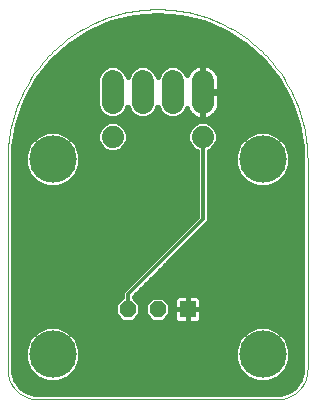
<source format=gtl>
G75*
%MOIN*%
%OFA0B0*%
%FSLAX25Y25*%
%IPPOS*%
%LPD*%
%AMOC8*
5,1,8,0,0,1.08239X$1,22.5*
%
%ADD10C,0.07400*%
%ADD11OC8,0.05600*%
%ADD12R,0.05600X0.05600*%
%ADD13C,0.00000*%
%ADD14C,0.15811*%
%ADD15C,0.07400*%
%ADD16C,0.01600*%
%ADD17C,0.01200*%
D10*
X0041800Y0122806D02*
X0041800Y0130206D01*
X0051800Y0130206D02*
X0051800Y0122806D01*
X0061800Y0122806D02*
X0061800Y0130206D01*
X0071800Y0130206D02*
X0071800Y0122806D01*
D11*
X0056800Y0054006D03*
X0046800Y0054006D03*
D12*
X0066800Y0054006D03*
D13*
X0096800Y0024006D02*
X0016800Y0024006D01*
X0016558Y0024009D01*
X0016317Y0024018D01*
X0016076Y0024032D01*
X0015835Y0024053D01*
X0015595Y0024079D01*
X0015355Y0024111D01*
X0015116Y0024149D01*
X0014879Y0024192D01*
X0014642Y0024242D01*
X0014407Y0024297D01*
X0014173Y0024357D01*
X0013941Y0024424D01*
X0013710Y0024495D01*
X0013481Y0024573D01*
X0013254Y0024656D01*
X0013029Y0024744D01*
X0012806Y0024838D01*
X0012586Y0024937D01*
X0012368Y0025042D01*
X0012153Y0025151D01*
X0011940Y0025266D01*
X0011730Y0025386D01*
X0011524Y0025511D01*
X0011320Y0025641D01*
X0011119Y0025776D01*
X0010922Y0025916D01*
X0010728Y0026060D01*
X0010538Y0026209D01*
X0010352Y0026363D01*
X0010169Y0026521D01*
X0009990Y0026683D01*
X0009815Y0026850D01*
X0009644Y0027021D01*
X0009477Y0027196D01*
X0009315Y0027375D01*
X0009157Y0027558D01*
X0009003Y0027744D01*
X0008854Y0027934D01*
X0008710Y0028128D01*
X0008570Y0028325D01*
X0008435Y0028526D01*
X0008305Y0028730D01*
X0008180Y0028936D01*
X0008060Y0029146D01*
X0007945Y0029359D01*
X0007836Y0029574D01*
X0007731Y0029792D01*
X0007632Y0030012D01*
X0007538Y0030235D01*
X0007450Y0030460D01*
X0007367Y0030687D01*
X0007289Y0030916D01*
X0007218Y0031147D01*
X0007151Y0031379D01*
X0007091Y0031613D01*
X0007036Y0031848D01*
X0006986Y0032085D01*
X0006943Y0032322D01*
X0006905Y0032561D01*
X0006873Y0032801D01*
X0006847Y0033041D01*
X0006826Y0033282D01*
X0006812Y0033523D01*
X0006803Y0033764D01*
X0006800Y0034006D01*
X0006800Y0104006D01*
X0006815Y0105224D01*
X0006859Y0106440D01*
X0006933Y0107656D01*
X0007037Y0108869D01*
X0007170Y0110079D01*
X0007333Y0111286D01*
X0007525Y0112488D01*
X0007746Y0113686D01*
X0007996Y0114878D01*
X0008275Y0116063D01*
X0008583Y0117241D01*
X0008920Y0118411D01*
X0009285Y0119573D01*
X0009678Y0120725D01*
X0010099Y0121868D01*
X0010548Y0122999D01*
X0011024Y0124120D01*
X0011528Y0125229D01*
X0012058Y0126325D01*
X0012615Y0127408D01*
X0013198Y0128477D01*
X0013806Y0129531D01*
X0014441Y0130571D01*
X0015100Y0131594D01*
X0015784Y0132602D01*
X0016493Y0133592D01*
X0017225Y0134565D01*
X0017981Y0135519D01*
X0018760Y0136455D01*
X0019561Y0137372D01*
X0020385Y0138269D01*
X0021230Y0139145D01*
X0022096Y0140001D01*
X0022983Y0140836D01*
X0023890Y0141648D01*
X0024816Y0142438D01*
X0025762Y0143206D01*
X0026725Y0143950D01*
X0027707Y0144670D01*
X0028706Y0145367D01*
X0029721Y0146039D01*
X0030753Y0146686D01*
X0031800Y0147307D01*
X0032862Y0147903D01*
X0033938Y0148473D01*
X0035027Y0149017D01*
X0036130Y0149533D01*
X0037245Y0150023D01*
X0038371Y0150486D01*
X0039508Y0150921D01*
X0040656Y0151328D01*
X0041813Y0151707D01*
X0042979Y0152058D01*
X0044153Y0152380D01*
X0045335Y0152674D01*
X0046524Y0152939D01*
X0047718Y0153174D01*
X0048918Y0153381D01*
X0050123Y0153558D01*
X0051331Y0153706D01*
X0052543Y0153824D01*
X0053758Y0153913D01*
X0054974Y0153973D01*
X0056191Y0154002D01*
X0057409Y0154002D01*
X0058626Y0153973D01*
X0059842Y0153913D01*
X0061057Y0153824D01*
X0062269Y0153706D01*
X0063477Y0153558D01*
X0064682Y0153381D01*
X0065882Y0153174D01*
X0067076Y0152939D01*
X0068265Y0152674D01*
X0069447Y0152380D01*
X0070621Y0152058D01*
X0071787Y0151707D01*
X0072944Y0151328D01*
X0074092Y0150921D01*
X0075229Y0150486D01*
X0076355Y0150023D01*
X0077470Y0149533D01*
X0078573Y0149017D01*
X0079662Y0148473D01*
X0080738Y0147903D01*
X0081800Y0147307D01*
X0082847Y0146686D01*
X0083879Y0146039D01*
X0084894Y0145367D01*
X0085893Y0144670D01*
X0086875Y0143950D01*
X0087838Y0143206D01*
X0088784Y0142438D01*
X0089710Y0141648D01*
X0090617Y0140836D01*
X0091504Y0140001D01*
X0092370Y0139145D01*
X0093215Y0138269D01*
X0094039Y0137372D01*
X0094840Y0136455D01*
X0095619Y0135519D01*
X0096375Y0134565D01*
X0097107Y0133592D01*
X0097816Y0132602D01*
X0098500Y0131594D01*
X0099159Y0130571D01*
X0099794Y0129531D01*
X0100402Y0128477D01*
X0100985Y0127408D01*
X0101542Y0126325D01*
X0102072Y0125229D01*
X0102576Y0124120D01*
X0103052Y0122999D01*
X0103501Y0121868D01*
X0103922Y0120725D01*
X0104315Y0119573D01*
X0104680Y0118411D01*
X0105017Y0117241D01*
X0105325Y0116063D01*
X0105604Y0114878D01*
X0105854Y0113686D01*
X0106075Y0112488D01*
X0106267Y0111286D01*
X0106430Y0110079D01*
X0106563Y0108869D01*
X0106667Y0107656D01*
X0106741Y0106440D01*
X0106785Y0105224D01*
X0106800Y0104006D01*
X0106800Y0034006D01*
X0106797Y0033764D01*
X0106788Y0033523D01*
X0106774Y0033282D01*
X0106753Y0033041D01*
X0106727Y0032801D01*
X0106695Y0032561D01*
X0106657Y0032322D01*
X0106614Y0032085D01*
X0106564Y0031848D01*
X0106509Y0031613D01*
X0106449Y0031379D01*
X0106382Y0031147D01*
X0106311Y0030916D01*
X0106233Y0030687D01*
X0106150Y0030460D01*
X0106062Y0030235D01*
X0105968Y0030012D01*
X0105869Y0029792D01*
X0105764Y0029574D01*
X0105655Y0029359D01*
X0105540Y0029146D01*
X0105420Y0028936D01*
X0105295Y0028730D01*
X0105165Y0028526D01*
X0105030Y0028325D01*
X0104890Y0028128D01*
X0104746Y0027934D01*
X0104597Y0027744D01*
X0104443Y0027558D01*
X0104285Y0027375D01*
X0104123Y0027196D01*
X0103956Y0027021D01*
X0103785Y0026850D01*
X0103610Y0026683D01*
X0103431Y0026521D01*
X0103248Y0026363D01*
X0103062Y0026209D01*
X0102872Y0026060D01*
X0102678Y0025916D01*
X0102481Y0025776D01*
X0102280Y0025641D01*
X0102076Y0025511D01*
X0101870Y0025386D01*
X0101660Y0025266D01*
X0101447Y0025151D01*
X0101232Y0025042D01*
X0101014Y0024937D01*
X0100794Y0024838D01*
X0100571Y0024744D01*
X0100346Y0024656D01*
X0100119Y0024573D01*
X0099890Y0024495D01*
X0099659Y0024424D01*
X0099427Y0024357D01*
X0099193Y0024297D01*
X0098958Y0024242D01*
X0098721Y0024192D01*
X0098484Y0024149D01*
X0098245Y0024111D01*
X0098005Y0024079D01*
X0097765Y0024053D01*
X0097524Y0024032D01*
X0097283Y0024018D01*
X0097042Y0024009D01*
X0096800Y0024006D01*
D14*
X0091800Y0039006D03*
X0091800Y0104006D03*
X0021800Y0104006D03*
X0021800Y0039006D03*
D15*
X0041800Y0111506D03*
X0071800Y0111506D03*
D16*
X0075397Y0115121D02*
X0103645Y0115121D01*
X0103525Y0115838D02*
X0104835Y0107986D01*
X0105000Y0104006D01*
X0105000Y0034006D01*
X0104899Y0032723D01*
X0104106Y0030283D01*
X0102598Y0028208D01*
X0100523Y0026700D01*
X0098083Y0025907D01*
X0096800Y0025806D01*
X0016800Y0025806D01*
X0015517Y0025907D01*
X0013077Y0026700D01*
X0011002Y0028208D01*
X0009494Y0030283D01*
X0008701Y0032723D01*
X0008600Y0034006D01*
X0008600Y0104006D01*
X0008765Y0107986D01*
X0010075Y0115838D01*
X0012660Y0123368D01*
X0016449Y0130369D01*
X0021338Y0136651D01*
X0027195Y0142042D01*
X0033859Y0146397D01*
X0041149Y0149594D01*
X0048867Y0151549D01*
X0056800Y0152206D01*
X0064733Y0151549D01*
X0072451Y0149594D01*
X0079741Y0146397D01*
X0086405Y0142042D01*
X0092262Y0136651D01*
X0097151Y0130369D01*
X0100940Y0123368D01*
X0103525Y0115838D01*
X0103223Y0116720D02*
X0010377Y0116720D01*
X0009955Y0115121D02*
X0038203Y0115121D01*
X0038911Y0115829D02*
X0037476Y0114395D01*
X0036700Y0112520D01*
X0036700Y0110491D01*
X0037476Y0108617D01*
X0038911Y0107182D01*
X0040786Y0106406D01*
X0042814Y0106406D01*
X0044689Y0107182D01*
X0046124Y0108617D01*
X0046900Y0110491D01*
X0046900Y0112520D01*
X0046124Y0114395D01*
X0044689Y0115829D01*
X0042814Y0116606D01*
X0040786Y0116606D01*
X0038911Y0115829D01*
X0039308Y0118318D02*
X0010926Y0118318D01*
X0011475Y0119917D02*
X0037477Y0119917D01*
X0037476Y0119917D02*
X0038911Y0118482D01*
X0040786Y0117706D01*
X0042814Y0117706D01*
X0044689Y0118482D01*
X0046124Y0119917D01*
X0046800Y0121550D01*
X0047476Y0119917D01*
X0048911Y0118482D01*
X0050786Y0117706D01*
X0052814Y0117706D01*
X0054689Y0118482D01*
X0056124Y0119917D01*
X0056800Y0121550D01*
X0057476Y0119917D01*
X0058911Y0118482D01*
X0060786Y0117706D01*
X0062814Y0117706D01*
X0064689Y0118482D01*
X0066124Y0119917D01*
X0066590Y0121043D01*
X0066703Y0120695D01*
X0067096Y0119923D01*
X0067605Y0119223D01*
X0068217Y0118611D01*
X0068917Y0118102D01*
X0069689Y0117709D01*
X0070512Y0117441D01*
X0071367Y0117306D01*
X0071500Y0117306D01*
X0071500Y0126206D01*
X0072100Y0126206D01*
X0072100Y0126806D01*
X0071500Y0126806D01*
X0071500Y0135706D01*
X0071367Y0135706D01*
X0070512Y0135570D01*
X0069689Y0135303D01*
X0068917Y0134910D01*
X0068217Y0134401D01*
X0067605Y0133789D01*
X0067096Y0133089D01*
X0066703Y0132317D01*
X0066590Y0131969D01*
X0066124Y0133095D01*
X0064689Y0134529D01*
X0062814Y0135306D01*
X0060786Y0135306D01*
X0058911Y0134529D01*
X0057476Y0133095D01*
X0056800Y0131462D01*
X0056124Y0133095D01*
X0054689Y0134529D01*
X0052814Y0135306D01*
X0050786Y0135306D01*
X0048911Y0134529D01*
X0047476Y0133095D01*
X0046800Y0131462D01*
X0046124Y0133095D01*
X0044689Y0134529D01*
X0042814Y0135306D01*
X0040786Y0135306D01*
X0038911Y0134529D01*
X0037476Y0133095D01*
X0036700Y0131220D01*
X0036700Y0121791D01*
X0037476Y0119917D01*
X0036814Y0121515D02*
X0012024Y0121515D01*
X0012573Y0123114D02*
X0036700Y0123114D01*
X0036700Y0124712D02*
X0013387Y0124712D01*
X0014252Y0126311D02*
X0036700Y0126311D01*
X0036700Y0127909D02*
X0015117Y0127909D01*
X0015983Y0129508D02*
X0036700Y0129508D01*
X0036700Y0131106D02*
X0017022Y0131106D01*
X0018267Y0132705D02*
X0037315Y0132705D01*
X0038685Y0134303D02*
X0019511Y0134303D01*
X0020755Y0135902D02*
X0092845Y0135902D01*
X0094089Y0134303D02*
X0075481Y0134303D01*
X0075383Y0134401D02*
X0074683Y0134910D01*
X0073911Y0135303D01*
X0073088Y0135570D01*
X0072233Y0135706D01*
X0072100Y0135706D01*
X0072100Y0126806D01*
X0077300Y0126806D01*
X0077300Y0130639D01*
X0077165Y0131494D01*
X0076897Y0132317D01*
X0076504Y0133089D01*
X0075995Y0133789D01*
X0075383Y0134401D01*
X0076700Y0132705D02*
X0095333Y0132705D01*
X0096578Y0131106D02*
X0077226Y0131106D01*
X0077300Y0129508D02*
X0097617Y0129508D01*
X0098483Y0127909D02*
X0077300Y0127909D01*
X0077300Y0126206D02*
X0072100Y0126206D01*
X0072100Y0117306D01*
X0072233Y0117306D01*
X0073088Y0117441D01*
X0073911Y0117709D01*
X0074683Y0118102D01*
X0075383Y0118611D01*
X0075995Y0119223D01*
X0076504Y0119923D01*
X0076897Y0120695D01*
X0077165Y0121518D01*
X0077300Y0122373D01*
X0077300Y0126206D01*
X0077300Y0124712D02*
X0100213Y0124712D01*
X0101027Y0123114D02*
X0077300Y0123114D01*
X0077164Y0121515D02*
X0101576Y0121515D01*
X0102125Y0119917D02*
X0076499Y0119917D01*
X0074980Y0118318D02*
X0102674Y0118318D01*
X0103912Y0113523D02*
X0076485Y0113523D01*
X0076124Y0114395D02*
X0076900Y0112520D01*
X0076900Y0110491D01*
X0076124Y0108617D01*
X0074689Y0107182D01*
X0073800Y0106814D01*
X0073800Y0083177D01*
X0072628Y0082006D01*
X0048800Y0058177D01*
X0048800Y0057946D01*
X0051000Y0055746D01*
X0051000Y0052266D01*
X0048540Y0049806D01*
X0045060Y0049806D01*
X0042600Y0052266D01*
X0042600Y0055746D01*
X0044800Y0057946D01*
X0044800Y0059834D01*
X0069800Y0084834D01*
X0069800Y0106814D01*
X0068911Y0107182D01*
X0067476Y0108617D01*
X0066700Y0110491D01*
X0066700Y0112520D01*
X0067476Y0114395D01*
X0068911Y0115829D01*
X0070786Y0116606D01*
X0072814Y0116606D01*
X0074689Y0115829D01*
X0076124Y0114395D01*
X0076900Y0111924D02*
X0086600Y0111924D01*
X0086529Y0111895D02*
X0083911Y0109277D01*
X0082494Y0105857D01*
X0082494Y0102155D01*
X0083911Y0098735D01*
X0086529Y0096117D01*
X0089949Y0094700D01*
X0093651Y0094700D01*
X0097071Y0096117D01*
X0099689Y0098735D01*
X0101105Y0102155D01*
X0101105Y0105857D01*
X0099689Y0109277D01*
X0097071Y0111895D01*
X0093651Y0113311D01*
X0089949Y0113311D01*
X0086529Y0111895D01*
X0084960Y0110326D02*
X0076831Y0110326D01*
X0076169Y0108727D02*
X0083683Y0108727D01*
X0083021Y0107128D02*
X0074559Y0107128D01*
X0073800Y0105530D02*
X0082494Y0105530D01*
X0082494Y0103931D02*
X0073800Y0103931D01*
X0073800Y0102333D02*
X0082494Y0102333D01*
X0083083Y0100734D02*
X0073800Y0100734D01*
X0073800Y0099136D02*
X0083745Y0099136D01*
X0085109Y0097537D02*
X0073800Y0097537D01*
X0073800Y0095939D02*
X0086959Y0095939D01*
X0096641Y0095939D02*
X0105000Y0095939D01*
X0105000Y0097537D02*
X0098491Y0097537D01*
X0099855Y0099136D02*
X0105000Y0099136D01*
X0105000Y0100734D02*
X0100517Y0100734D01*
X0101105Y0102333D02*
X0105000Y0102333D01*
X0105000Y0103931D02*
X0101105Y0103931D01*
X0101105Y0105530D02*
X0104937Y0105530D01*
X0104871Y0107128D02*
X0100579Y0107128D01*
X0099917Y0108727D02*
X0104712Y0108727D01*
X0104445Y0110326D02*
X0098640Y0110326D01*
X0097000Y0111924D02*
X0104178Y0111924D01*
X0099348Y0126311D02*
X0072100Y0126311D01*
X0072100Y0127909D02*
X0071500Y0127909D01*
X0071500Y0129508D02*
X0072100Y0129508D01*
X0072100Y0131106D02*
X0071500Y0131106D01*
X0071500Y0132705D02*
X0072100Y0132705D01*
X0072100Y0134303D02*
X0071500Y0134303D01*
X0068119Y0134303D02*
X0064915Y0134303D01*
X0066285Y0132705D02*
X0066900Y0132705D01*
X0071500Y0124712D02*
X0072100Y0124712D01*
X0072100Y0123114D02*
X0071500Y0123114D01*
X0071500Y0121515D02*
X0072100Y0121515D01*
X0072100Y0119917D02*
X0071500Y0119917D01*
X0071500Y0118318D02*
X0072100Y0118318D01*
X0068620Y0118318D02*
X0064292Y0118318D01*
X0066123Y0119917D02*
X0067101Y0119917D01*
X0068203Y0115121D02*
X0045397Y0115121D01*
X0046485Y0113523D02*
X0067115Y0113523D01*
X0066700Y0111924D02*
X0046900Y0111924D01*
X0046831Y0110326D02*
X0066769Y0110326D01*
X0067431Y0108727D02*
X0046169Y0108727D01*
X0044559Y0107128D02*
X0069041Y0107128D01*
X0069800Y0105530D02*
X0031105Y0105530D01*
X0031105Y0105857D02*
X0029689Y0109277D01*
X0027071Y0111895D01*
X0023651Y0113311D01*
X0019949Y0113311D01*
X0016529Y0111895D01*
X0013911Y0109277D01*
X0012494Y0105857D01*
X0012494Y0102155D01*
X0013911Y0098735D01*
X0016529Y0096117D01*
X0019949Y0094700D01*
X0023651Y0094700D01*
X0027071Y0096117D01*
X0029689Y0098735D01*
X0031105Y0102155D01*
X0031105Y0105857D01*
X0030579Y0107128D02*
X0039041Y0107128D01*
X0037431Y0108727D02*
X0029917Y0108727D01*
X0028640Y0110326D02*
X0036769Y0110326D01*
X0036700Y0111924D02*
X0027000Y0111924D01*
X0031105Y0103931D02*
X0069800Y0103931D01*
X0069800Y0102333D02*
X0031105Y0102333D01*
X0030517Y0100734D02*
X0069800Y0100734D01*
X0069800Y0099136D02*
X0029855Y0099136D01*
X0028491Y0097537D02*
X0069800Y0097537D01*
X0069800Y0095939D02*
X0026641Y0095939D01*
X0016959Y0095939D02*
X0008600Y0095939D01*
X0008600Y0097537D02*
X0015109Y0097537D01*
X0013745Y0099136D02*
X0008600Y0099136D01*
X0008600Y0100734D02*
X0013083Y0100734D01*
X0012494Y0102333D02*
X0008600Y0102333D01*
X0008600Y0103931D02*
X0012494Y0103931D01*
X0012494Y0105530D02*
X0008663Y0105530D01*
X0008729Y0107128D02*
X0013021Y0107128D01*
X0013683Y0108727D02*
X0008888Y0108727D01*
X0009155Y0110326D02*
X0014960Y0110326D01*
X0016600Y0111924D02*
X0009422Y0111924D01*
X0009688Y0113523D02*
X0037115Y0113523D01*
X0044292Y0118318D02*
X0049308Y0118318D01*
X0047477Y0119917D02*
X0046123Y0119917D01*
X0046786Y0121515D02*
X0046814Y0121515D01*
X0054292Y0118318D02*
X0059308Y0118318D01*
X0057477Y0119917D02*
X0056123Y0119917D01*
X0056786Y0121515D02*
X0056814Y0121515D01*
X0057315Y0132705D02*
X0056285Y0132705D01*
X0054915Y0134303D02*
X0058685Y0134303D01*
X0048685Y0134303D02*
X0044915Y0134303D01*
X0046285Y0132705D02*
X0047315Y0132705D01*
X0039087Y0148690D02*
X0074513Y0148690D01*
X0078157Y0147091D02*
X0035443Y0147091D01*
X0032476Y0145493D02*
X0081124Y0145493D01*
X0083571Y0143894D02*
X0030029Y0143894D01*
X0027583Y0142296D02*
X0086017Y0142296D01*
X0087866Y0140697D02*
X0025734Y0140697D01*
X0023997Y0139099D02*
X0089603Y0139099D01*
X0091339Y0137500D02*
X0022261Y0137500D01*
X0043890Y0150288D02*
X0069710Y0150288D01*
X0060651Y0151887D02*
X0052949Y0151887D01*
X0069800Y0094340D02*
X0008600Y0094340D01*
X0008600Y0092742D02*
X0069800Y0092742D01*
X0069800Y0091143D02*
X0008600Y0091143D01*
X0008600Y0089545D02*
X0069800Y0089545D01*
X0069800Y0087946D02*
X0008600Y0087946D01*
X0008600Y0086348D02*
X0069800Y0086348D01*
X0069715Y0084749D02*
X0008600Y0084749D01*
X0008600Y0083151D02*
X0068116Y0083151D01*
X0066518Y0081552D02*
X0008600Y0081552D01*
X0008600Y0079954D02*
X0064919Y0079954D01*
X0063321Y0078355D02*
X0008600Y0078355D01*
X0008600Y0076757D02*
X0061722Y0076757D01*
X0060124Y0075158D02*
X0008600Y0075158D01*
X0008600Y0073560D02*
X0058525Y0073560D01*
X0056927Y0071961D02*
X0008600Y0071961D01*
X0008600Y0070363D02*
X0055328Y0070363D01*
X0053730Y0068764D02*
X0008600Y0068764D01*
X0008600Y0067166D02*
X0052131Y0067166D01*
X0050533Y0065567D02*
X0008600Y0065567D01*
X0008600Y0063969D02*
X0048934Y0063969D01*
X0047336Y0062370D02*
X0008600Y0062370D01*
X0008600Y0060772D02*
X0045737Y0060772D01*
X0044800Y0059173D02*
X0008600Y0059173D01*
X0008600Y0057575D02*
X0044429Y0057575D01*
X0042831Y0055976D02*
X0008600Y0055976D01*
X0008600Y0054378D02*
X0042600Y0054378D01*
X0042600Y0052779D02*
X0008600Y0052779D01*
X0008600Y0051181D02*
X0043686Y0051181D01*
X0049914Y0051181D02*
X0053686Y0051181D01*
X0052600Y0052266D02*
X0055060Y0049806D01*
X0058540Y0049806D01*
X0061000Y0052266D01*
X0061000Y0055746D01*
X0058540Y0058206D01*
X0055060Y0058206D01*
X0052600Y0055746D01*
X0052600Y0052266D01*
X0052600Y0052779D02*
X0051000Y0052779D01*
X0051000Y0054378D02*
X0052600Y0054378D01*
X0052831Y0055976D02*
X0050769Y0055976D01*
X0049171Y0057575D02*
X0054429Y0057575D01*
X0051394Y0060772D02*
X0105000Y0060772D01*
X0105000Y0062370D02*
X0052993Y0062370D01*
X0054591Y0063969D02*
X0105000Y0063969D01*
X0105000Y0065567D02*
X0056190Y0065567D01*
X0057788Y0067166D02*
X0105000Y0067166D01*
X0105000Y0068764D02*
X0059387Y0068764D01*
X0060985Y0070363D02*
X0105000Y0070363D01*
X0105000Y0071961D02*
X0062584Y0071961D01*
X0064182Y0073560D02*
X0105000Y0073560D01*
X0105000Y0075158D02*
X0065781Y0075158D01*
X0067379Y0076757D02*
X0105000Y0076757D01*
X0105000Y0078355D02*
X0068978Y0078355D01*
X0070576Y0079954D02*
X0105000Y0079954D01*
X0105000Y0081552D02*
X0072175Y0081552D01*
X0073773Y0083151D02*
X0105000Y0083151D01*
X0105000Y0084749D02*
X0073800Y0084749D01*
X0073800Y0086348D02*
X0105000Y0086348D01*
X0105000Y0087946D02*
X0073800Y0087946D01*
X0073800Y0089545D02*
X0105000Y0089545D01*
X0105000Y0091143D02*
X0073800Y0091143D01*
X0073800Y0092742D02*
X0105000Y0092742D01*
X0105000Y0094340D02*
X0073800Y0094340D01*
X0069837Y0058606D02*
X0066800Y0058606D01*
X0066800Y0054006D01*
X0066800Y0054006D01*
X0066800Y0058606D01*
X0063763Y0058606D01*
X0063305Y0058483D01*
X0062895Y0058246D01*
X0062560Y0057911D01*
X0062323Y0057501D01*
X0062200Y0057043D01*
X0062200Y0054006D01*
X0066800Y0054006D01*
X0071400Y0054006D01*
X0071400Y0057043D01*
X0071277Y0057501D01*
X0071040Y0057911D01*
X0070705Y0058246D01*
X0070295Y0058483D01*
X0069837Y0058606D01*
X0071235Y0057575D02*
X0105000Y0057575D01*
X0105000Y0059173D02*
X0049796Y0059173D01*
X0059171Y0057575D02*
X0062365Y0057575D01*
X0062200Y0055976D02*
X0060769Y0055976D01*
X0061000Y0054378D02*
X0062200Y0054378D01*
X0062200Y0054006D02*
X0062200Y0050969D01*
X0062323Y0050511D01*
X0062560Y0050101D01*
X0062895Y0049766D01*
X0063305Y0049529D01*
X0063763Y0049406D01*
X0066800Y0049406D01*
X0069837Y0049406D01*
X0070295Y0049529D01*
X0070705Y0049766D01*
X0071040Y0050101D01*
X0071277Y0050511D01*
X0071400Y0050969D01*
X0071400Y0054006D01*
X0066800Y0054006D01*
X0066800Y0054006D01*
X0066800Y0054006D01*
X0062200Y0054006D01*
X0062200Y0052779D02*
X0061000Y0052779D01*
X0059914Y0051181D02*
X0062200Y0051181D01*
X0063213Y0049582D02*
X0008600Y0049582D01*
X0008600Y0047984D02*
X0019158Y0047984D01*
X0019949Y0048311D02*
X0016529Y0046895D01*
X0013911Y0044277D01*
X0012494Y0040857D01*
X0012494Y0037155D01*
X0013911Y0033735D01*
X0016529Y0031117D01*
X0019949Y0029700D01*
X0023651Y0029700D01*
X0027071Y0031117D01*
X0029689Y0033735D01*
X0031105Y0037155D01*
X0031105Y0040857D01*
X0029689Y0044277D01*
X0027071Y0046895D01*
X0023651Y0048311D01*
X0019949Y0048311D01*
X0016019Y0046385D02*
X0008600Y0046385D01*
X0008600Y0044787D02*
X0014421Y0044787D01*
X0013460Y0043188D02*
X0008600Y0043188D01*
X0008600Y0041590D02*
X0012798Y0041590D01*
X0012494Y0039991D02*
X0008600Y0039991D01*
X0008600Y0038393D02*
X0012494Y0038393D01*
X0012644Y0036794D02*
X0008600Y0036794D01*
X0008600Y0035195D02*
X0013306Y0035195D01*
X0014049Y0033597D02*
X0008632Y0033597D01*
X0008936Y0031998D02*
X0015647Y0031998D01*
X0018260Y0030400D02*
X0009456Y0030400D01*
X0010570Y0028801D02*
X0103030Y0028801D01*
X0104144Y0030400D02*
X0095340Y0030400D01*
X0093651Y0029700D02*
X0097071Y0031117D01*
X0099689Y0033735D01*
X0101105Y0037155D01*
X0101105Y0040857D01*
X0099689Y0044277D01*
X0097071Y0046895D01*
X0093651Y0048311D01*
X0089949Y0048311D01*
X0086529Y0046895D01*
X0083911Y0044277D01*
X0082494Y0040857D01*
X0082494Y0037155D01*
X0083911Y0033735D01*
X0086529Y0031117D01*
X0089949Y0029700D01*
X0093651Y0029700D01*
X0097953Y0031998D02*
X0104664Y0031998D01*
X0104968Y0033597D02*
X0099551Y0033597D01*
X0100294Y0035195D02*
X0105000Y0035195D01*
X0105000Y0036794D02*
X0100956Y0036794D01*
X0101105Y0038393D02*
X0105000Y0038393D01*
X0105000Y0039991D02*
X0101105Y0039991D01*
X0100802Y0041590D02*
X0105000Y0041590D01*
X0105000Y0043188D02*
X0100140Y0043188D01*
X0099179Y0044787D02*
X0105000Y0044787D01*
X0105000Y0046385D02*
X0097581Y0046385D01*
X0094442Y0047984D02*
X0105000Y0047984D01*
X0105000Y0049582D02*
X0070387Y0049582D01*
X0071400Y0051181D02*
X0105000Y0051181D01*
X0105000Y0052779D02*
X0071400Y0052779D01*
X0071400Y0054378D02*
X0105000Y0054378D01*
X0105000Y0055976D02*
X0071400Y0055976D01*
X0066800Y0055976D02*
X0066800Y0055976D01*
X0066800Y0054378D02*
X0066800Y0054378D01*
X0066800Y0054006D02*
X0066800Y0049406D01*
X0066800Y0054006D01*
X0066800Y0054006D01*
X0066800Y0052779D02*
X0066800Y0052779D01*
X0066800Y0051181D02*
X0066800Y0051181D01*
X0066800Y0049582D02*
X0066800Y0049582D01*
X0066800Y0057575D02*
X0066800Y0057575D01*
X0082798Y0041590D02*
X0030802Y0041590D01*
X0031105Y0039991D02*
X0082494Y0039991D01*
X0082494Y0038393D02*
X0031105Y0038393D01*
X0030956Y0036794D02*
X0082644Y0036794D01*
X0083306Y0035195D02*
X0030294Y0035195D01*
X0029551Y0033597D02*
X0084049Y0033597D01*
X0085647Y0031998D02*
X0027953Y0031998D01*
X0025340Y0030400D02*
X0088260Y0030400D01*
X0083460Y0043188D02*
X0030140Y0043188D01*
X0029179Y0044787D02*
X0084421Y0044787D01*
X0086019Y0046385D02*
X0027581Y0046385D01*
X0024442Y0047984D02*
X0089158Y0047984D01*
X0101215Y0027203D02*
X0012385Y0027203D01*
D17*
X0046800Y0054006D02*
X0046800Y0059006D01*
X0071800Y0084006D01*
X0071800Y0111506D01*
M02*

</source>
